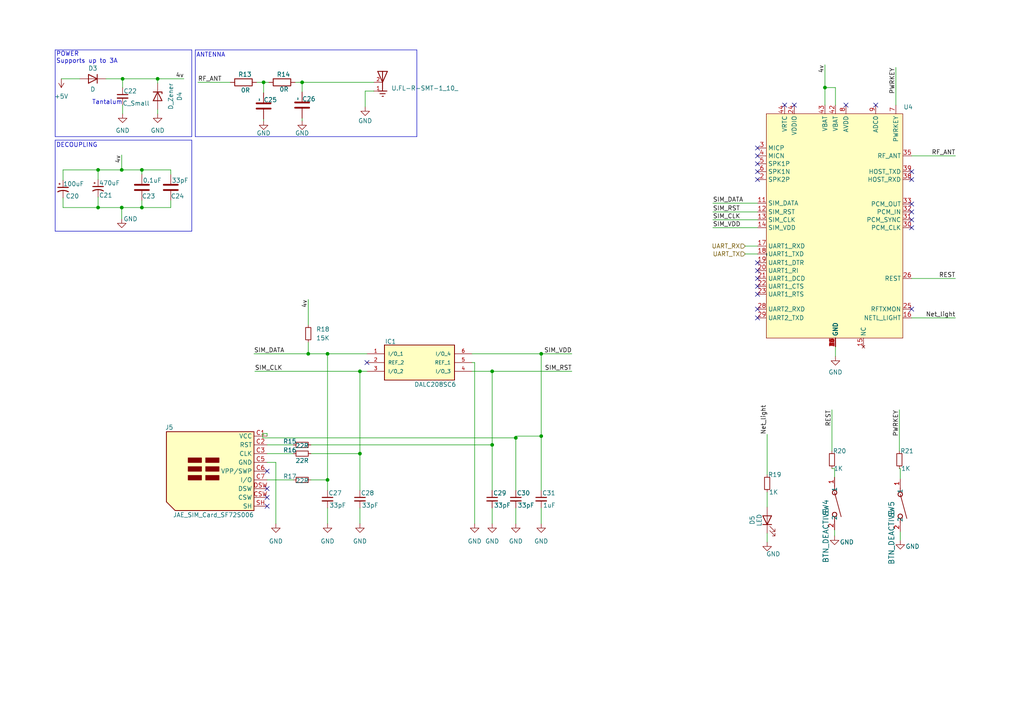
<source format=kicad_sch>
(kicad_sch (version 20231120) (generator "eeschema") (generator_version "8.0")
  (paper "A4")
  (lib_symbols
    (symbol "Connector:JAE_SIM_Card_SF72S006"
      (property "Reference" "J" (at 5.08 12.7 0))
      (property "Value" "JAE_SIM_Card_SF72S006" (at 30.48 12.7 0))
      (symbol "JAE_SIM_Card_SF72S006_0_1"
        (polyline (pts (xy 3.81 11.43) (xy 3.81 -11.43) (xy 26.67 -11.43) (xy 29.21 -8.89) (xy 29.21 11.43) (xy 3.81 11.43)) (stroke (width 0.254)) (fill (type background)))
        (rectangle (start 13.97 -2.54) (end 17.78 -1.27) (stroke (width 0.254)) (fill (type outline)))
        (rectangle (start 13.97 0) (end 17.78 1.27) (stroke (width 0.254)) (fill (type outline)))
        (rectangle (start 13.97 2.54) (end 17.78 3.81) (stroke (width 0.254)) (fill (type outline)))
        (rectangle (start 19.05 -1.27) (end 22.86 -2.54) (stroke (width 0.254)) (fill (type outline)))
        (rectangle (start 19.05 0) (end 22.86 1.27) (stroke (width 0.254)) (fill (type outline)))
        (rectangle (start 19.05 2.54) (end 22.86 3.81) (stroke (width 0.254)) (fill (type outline)))
      )
      (symbol "JAE_SIM_Card_SF72S006_1_1"
        (pin power_in line (at 0 10.16 0) (length 3.81) (name "VCC") (number "C1"))
        (pin input line (at 0 7.62 0) (length 3.81) (name "RST") (number "C2"))
        (pin input line (at 0 5.08 0) (length 3.81) (name "CLK") (number "C3"))
        (pin power_in line (at 0 2.54 0) (length 3.81) (name "GND") (number "C5"))
        (pin bidirectional line (at 0 0 0) (length 3.81) (name "VPP/SWP") (number "C6"))
        (pin bidirectional line (at 0 -2.54 0) (length 3.81) (name "I/O") (number "C7"))
        (pin passive line (at 0 -7.62 0) (length 3.81) (name "CSW") (number "CSW"))
        (pin passive line (at 0 -5.08 0) (length 3.81) (name "DSW") (number "DSW"))
        (pin passive line (at 0 -10.16 0) (length 3.81) (name "SH") (number "SH"))
      )
    )
    (symbol "DALC208SC6:DALC208SC6" (pin_names (offset 1.016))
      (property "Reference" "IC" (at 26.67 7.62 0))
      (property "Value" "DALC208SC6" (at 26.67 5.08 0))
      (symbol "DALC208SC6_0_0"
        (rectangle (start 5.08 -7.62) (end 25.4 2.54) (stroke (width 0.254)) (fill (type background)))
        (pin bidirectional line (at 0 0 0) (length 5.08) (name "I/O_1") (number "1"))
        (pin bidirectional line (at 0 -2.54 0) (length 5.08) (name "REF_2") (number "2"))
        (pin bidirectional line (at 0 -5.08 0) (length 5.08) (name "I/O_2") (number "3"))
        (pin bidirectional line (at 30.48 -5.08 180) (length 5.08) (name "I/O_3") (number "4"))
        (pin bidirectional line (at 30.48 -2.54 180) (length 5.08) (name "REF_1") (number "5"))
        (pin bidirectional line (at 30.48 0 180) (length 5.08) (name "I/O_4") (number "6"))
      )
    )
    (symbol "Device:C" (pin_numbers hide) (pin_names (offset 0.254))
      (property "Reference" "C" (at 0.635 2.54 0))
      (property "Value" "C" (at 0.635 -2.54 0))
      (symbol "C_0_1"
        (polyline (pts (xy -2.032 -0.762) (xy 2.032 -0.762)) (stroke (width 0.508)))
        (polyline (pts (xy -2.032 0.762) (xy 2.032 0.762)) (stroke (width 0.508)))
      )
      (symbol "C_1_1"
        (pin passive line (at 0 3.81 270) (length 2.794) (name "~") (number "1"))
        (pin passive line (at 0 -3.81 90) (length 2.794) (name "~") (number "2"))
      )
    )
    (symbol "Device:C_Polarized_Small_US" (pin_numbers hide) (pin_names (offset 0.254) hide)
      (property "Reference" "C" (at 0.254 1.778 0))
      (property "Value" "C_Polarized_Small_US" (at 0.254 -2.032 0))
      (symbol "C_Polarized_Small_US_0_1"
        (polyline (pts (xy -1.524 0.508) (xy 1.524 0.508)) (stroke (width 0.3048)))
        (polyline (pts (xy -1.27 1.524) (xy -0.762 1.524)))
        (polyline (pts (xy -1.016 1.27) (xy -1.016 1.778)))
        (arc (start 1.524 -0.762) (mid 0 -0.3734) (end -1.524 -0.762) (stroke (width 0.3048)))
      )
      (symbol "C_Polarized_Small_US_1_1"
        (pin passive line (at 0 2.54 270) (length 2.032) (name "~") (number "1"))
        (pin passive line (at 0 -2.54 90) (length 2.032) (name "~") (number "2"))
      )
    )
    (symbol "Device:C_Small" (pin_numbers hide) (pin_names (offset 0.254) hide)
      (property "Reference" "C" (at 0.254 1.778 0))
      (property "Value" "C_Small" (at 0.254 -2.032 0))
      (symbol "C_Small_0_1"
        (polyline (pts (xy -1.524 -0.508) (xy 1.524 -0.508)) (stroke (width 0.3302)))
        (polyline (pts (xy -1.524 0.508) (xy 1.524 0.508)) (stroke (width 0.3048)))
      )
      (symbol "C_Small_1_1"
        (pin passive line (at 0 2.54 270) (length 2.032) (name "~") (number "1"))
        (pin passive line (at 0 -2.54 90) (length 2.032) (name "~") (number "2"))
      )
    )
    (symbol "Device:D" (pin_numbers hide) (pin_names (offset 1.016) hide)
      (property "Reference" "D" (at 0 2.54 0))
      (property "Value" "D" (at 0 -2.54 0))
      (symbol "D_0_1"
        (polyline (pts (xy -1.27 1.27) (xy -1.27 -1.27)) (stroke (width 0.254)))
        (polyline (pts (xy 1.27 0) (xy -1.27 0)))
        (polyline (pts (xy 1.27 1.27) (xy 1.27 -1.27) (xy -1.27 0) (xy 1.27 1.27)) (stroke (width 0.254)))
      )
      (symbol "D_1_1"
        (pin passive line (at -3.81 0 0) (length 2.54) (name "K") (number "1"))
        (pin passive line (at 3.81 0 180) (length 2.54) (name "A") (number "2"))
      )
    )
    (symbol "Device:D_Zener" (pin_numbers hide) (pin_names (offset 1.016) hide)
      (property "Reference" "D" (at 0 2.54 0))
      (property "Value" "D_Zener" (at 0 -2.54 0))
      (symbol "D_Zener_0_1"
        (polyline (pts (xy 1.27 0) (xy -1.27 0)))
        (polyline (pts (xy -1.27 -1.27) (xy -1.27 1.27) (xy -0.762 1.27)) (stroke (width 0.254)))
        (polyline (pts (xy 1.27 -1.27) (xy 1.27 1.27) (xy -1.27 0) (xy 1.27 -1.27)) (stroke (width 0.254)))
      )
      (symbol "D_Zener_1_1"
        (pin passive line (at -3.81 0 0) (length 2.54) (name "K") (number "1"))
        (pin passive line (at 3.81 0 180) (length 2.54) (name "A") (number "2"))
      )
    )
    (symbol "Device:LED" (pin_numbers hide) (pin_names (offset 1.016) hide)
      (property "Reference" "D" (at 0 2.54 0))
      (property "Value" "LED" (at 0 -2.54 0))
      (symbol "LED_0_1"
        (polyline (pts (xy -1.27 -1.27) (xy -1.27 1.27)) (stroke (width 0.254)))
        (polyline (pts (xy -1.27 0) (xy 1.27 0)))
        (polyline (pts (xy 1.27 -1.27) (xy 1.27 1.27) (xy -1.27 0) (xy 1.27 -1.27)) (stroke (width 0.254)))
        (polyline (pts (xy -3.048 -0.762) (xy -4.572 -2.286) (xy -3.81 -2.286) (xy -4.572 -2.286) (xy -4.572 -1.524)))
        (polyline (pts (xy -1.778 -0.762) (xy -3.302 -2.286) (xy -2.54 -2.286) (xy -3.302 -2.286) (xy -3.302 -1.524)))
      )
      (symbol "LED_1_1"
        (pin passive line (at -3.81 0 0) (length 2.54) (name "K") (number "1"))
        (pin passive line (at 3.81 0 180) (length 2.54) (name "A") (number "2"))
      )
    )
    (symbol "Device:R" (pin_numbers hide) (pin_names (offset 0))
      (property "Reference" "R" (at 2.032 0 90))
      (property "Value" "R" (at 0 0 90))
      (symbol "R_0_1"
        (rectangle (start -1.016 -2.54) (end 1.016 2.54) (stroke (width 0.254)))
      )
      (symbol "R_1_1"
        (pin passive line (at 0 3.81 270) (length 1.27) (name "~") (number "1"))
        (pin passive line (at 0 -3.81 90) (length 1.27) (name "~") (number "2"))
      )
    )
    (symbol "Device:R_Small" (pin_numbers hide) (pin_names (offset 0.254) hide)
      (property "Reference" "R" (at 0.762 0.508 0))
      (property "Value" "R_Small" (at 0.762 -1.016 0))
      (symbol "R_Small_0_1"
        (rectangle (start -0.762 1.778) (end 0.762 -1.778) (stroke (width 0.2032)))
      )
      (symbol "R_Small_1_1"
        (pin passive line (at 0 2.54 270) (length 0.762) (name "~") (number "1"))
        (pin passive line (at 0 -2.54 90) (length 0.762) (name "~") (number "2"))
      )
    )
    (symbol "drip-irrigation-sys-cc:PTS636_SM50J_SMTR_LFS" (pin_names (offset 0.254))
      (property "Reference" "SW" (at 7.62 3.81 0))
      (property "Value" "PTS636 SM50J SMTR LFS" (at 0 0 0))
      (symbol "PTS636_SM50J_SMTR_LFS_0_1"
        (polyline (pts (xy 2.54 0) (xy 3.81 0)) (stroke (width 0.2032)))
        (polyline (pts (xy 4.445 0) (xy 11.43 1.905)) (stroke (width 0.2032)))
        (polyline (pts (xy 12.7 0) (xy 11.43 0)) (stroke (width 0.2032)))
        (circle (center 4.445 0) (radius 0.635) (stroke (width 0.254)))
        (circle (center 10.795 0) (radius 0.635) (stroke (width 0.254)))
        (pin unspecified line (at 0 0 0) (length 2.54) (name "1") (number "1"))
        (pin unspecified line (at 15.24 0 180) (length 2.54) (name "2") (number "2"))
      )
    )
    (symbol "drip-irrigation-sys-cc:U.FL-R-SMT-1_10_" (pin_names (offset 1.016))
      (property "Reference" "J" (at -2.5406 5.0869 0))
      (property "Value" "U.FL-R-SMT-1_10_" (at -2.6677 -7.6346 0))
      (symbol "U.FL-R-SMT-1_10__0_0"
        (polyline (pts (xy -1.397 3.175) (xy 0 3.175)) (stroke (width 0.254)))
        (polyline (pts (xy -0.762 -3.302) (xy 0.762 -3.302)) (stroke (width 0.254)))
        (polyline (pts (xy -0.127 -4.064) (xy 0.254 -4.064)) (stroke (width 0.254)))
        (polyline (pts (xy 0 -2.54) (xy -1.27 -2.54)) (stroke (width 0.254)))
        (polyline (pts (xy 0 -2.54) (xy 1.27 -2.54)) (stroke (width 0.254)))
        (polyline (pts (xy 0 0) (xy -1.397 3.175)) (stroke (width 0.254)))
        (polyline (pts (xy 0 0) (xy 0 -2.54)) (stroke (width 0.254)))
        (polyline (pts (xy 0 3.175) (xy 0 0)) (stroke (width 0.254)))
        (polyline (pts (xy 0 3.175) (xy 1.397 3.175)) (stroke (width 0.254)))
        (polyline (pts (xy 1.397 3.175) (xy 0 0)) (stroke (width 0.254)))
        (pin passive line (at -2.54 -2.54 0) (length 2.54) (name "~") (number "1"))
        (pin passive line (at -2.54 0 0) (length 2.54) (name "~") (number "2"))
      )
    )
    (symbol "mergened_symbols:mg2608"
      (property "Reference" "U" (at -16.256 -33.782 0))
      (symbol "mg2608_1_1"
        (rectangle (start -20.066 33.02) (end 19.558 -32.004) (fill (type background)))
        (pin input line (at 0 -34.544 90) (length 2.54) (name "GND") (number "1"))
        (pin input line (at 0 -34.544 90) (length 2.54) (name "GND") (number "10"))
        (pin bidirectional line (at -22.606 7.112 0) (length 2.54) (name "SIM_DATA") (number "11"))
        (pin output line (at -22.606 4.572 0) (length 2.54) (name "SIM_RST") (number "12"))
        (pin output line (at -22.606 2.286 0) (length 2.54) (name "SIM_CLK") (number "13"))
        (pin output line (at -22.606 0 0) (length 2.54) (name "SIM_VDD") (number "14"))
        (pin no_connect line (at 8.128 -34.544 90) (length 2.54) (name "NC") (number "15"))
        (pin input line (at 22.098 -26.162 180) (length 2.54) (name "NETL_LIGHT") (number "16"))
        (pin input line (at -22.606 -5.334 0) (length 2.54) (name "UART1_RXD") (number "17"))
        (pin output line (at -22.606 -7.62 0) (length 2.54) (name "UART1_TXD") (number "18"))
        (pin input line (at -22.606 -10.16 0) (length 2.54) (name "UART1_DTR") (number "19"))
        (pin output line (at -22.606 13.97 0) (length 2.54) (name "SPK2P") (number "2"))
        (pin output line (at -22.606 -12.446 0) (length 2.54) (name "UART1_RI") (number "20"))
        (pin output line (at -22.606 -14.732 0) (length 2.54) (name "UART1_DCD") (number "21"))
        (pin output line (at -22.606 -17.018 0) (length 2.54) (name "UART1_CTS") (number "22"))
        (pin input line (at -22.606 -19.304 0) (length 2.54) (name "UART1_RTS") (number "23"))
        (pin output line (at -11.938 35.56 270) (length 2.54) (name "VDDIO") (number "24"))
        (pin input line (at 22.098 -23.622 180) (length 2.54) (name "RFTXMON") (number "25"))
        (pin input line (at 22.098 -14.732 180) (length 2.54) (name "REST") (number "26"))
        (pin input line (at 0 -34.544 90) (length 2.54) (name "GND") (number "27"))
        (pin input line (at -22.606 -23.622 0) (length 2.54) (name "UART2_RXD") (number "28"))
        (pin output line (at -22.606 -26.162 0) (length 2.54) (name "UART2_TXD") (number "29"))
        (pin input line (at -22.606 23.114 0) (length 2.54) (name "MICP") (number "3"))
        (pin output line (at 22.098 0 180) (length 2.54) (name "PCM_CLK") (number "30"))
        (pin output line (at 22.098 2.286 180) (length 2.54) (name "PCM_SYNC") (number "31"))
        (pin input line (at 22.098 4.572 180) (length 2.54) (name "PCM_IN") (number "32"))
        (pin output line (at 22.098 6.858 180) (length 2.54) (name "PCM_OUT") (number "33"))
        (pin input line (at 0 -34.544 90) (length 2.54) (name "GND") (number "34"))
        (pin bidirectional line (at 22.098 20.828 180) (length 2.54) (name "RF_ANT") (number "35"))
        (pin input line (at 0 -34.544 90) (length 2.54) (name "GND") (number "36"))
        (pin input line (at 0 -34.544 90) (length 2.54) (name "GND") (number "37"))
        (pin input line (at 22.098 13.97 180) (length 2.54) (name "HOST_RXD") (number "38"))
        (pin input line (at 22.098 16.256 180) (length 2.54) (name "HOST_TXD") (number "39"))
        (pin input line (at -22.606 20.828 0) (length 2.54) (name "MICN") (number "4"))
        (pin input line (at 0 -34.544 90) (length 2.54) (name "GND") (number "40"))
        (pin input line (at 0 -34.544 90) (length 2.54) (name "GND") (number "41"))
        (pin input line (at 0 35.56 270) (length 2.54) (name "VBAT") (number "42"))
        (pin input line (at -3.048 35.56 270) (length 2.54) (name "VBAT") (number "43"))
        (pin output line (at -14.732 35.56 270) (length 2.54) (name "VRTC") (number "44"))
        (pin output line (at -22.606 18.542 0) (length 2.54) (name "SPK1P") (number "5"))
        (pin output line (at -22.606 16.256 0) (length 2.54) (name "SPK1N") (number "6"))
        (pin input line (at 17.526 35.56 270) (length 2.54) (name "PWRKEY") (number "7"))
        (pin output line (at 3.048 35.56 270) (length 2.54) (name "AVDD") (number "8"))
        (pin input line (at 11.684 35.56 270) (length 2.54) (name "ADC0") (number "9"))
      )
    )
    (symbol "power:+5V" (power) (pin_numbers hide) (pin_names (offset 0) hide)
      (property "Value" "+5V" (at 0 3.556 0))
      (symbol "+5V_0_1"
        (polyline (pts (xy -0.762 1.27) (xy 0 2.54)))
        (polyline (pts (xy 0 0) (xy 0 2.54)))
        (polyline (pts (xy 0 2.54) (xy 0.762 1.27)))
      )
      (symbol "+5V_1_1"
        (pin power_in line (at 0 0 90) (length 0) (name "~") (number "1"))
      )
    )
    (symbol "power:GND" (power) (pin_names (offset 0))
      (property "Value" "GND" (at 0 -3.81 0))
      (symbol "GND_0_1"
        (polyline (pts (xy 0 0) (xy 0 -1.27) (xy 1.27 -1.27) (xy 0 -2.54) (xy -1.27 -1.27) (xy 0 -1.27)))
      )
      (symbol "GND_1_1"
        (pin power_in line (at 0 0 270) (length 0) hide (name "GND") (number "1"))
      )
    )
  )
  (junction (at 89.408 102.616))
  (junction (at 142.748 107.696))
  (junction (at 45.72 22.86))
  (junction (at 28.448 49.276))
  (junction (at 35.306 49.276))
  (junction (at 41.148 49.276))
  (junction (at 28.448 60.198))
  (junction (at 142.748 129.032))
  (junction (at 94.996 102.616))
  (junction (at 87.63 23.876))
  (junction (at 239.268 25.4))
  (junction (at 156.972 126.492))
  (junction (at 94.996 139.192))
  (junction (at 149.606 127))
  (junction (at 104.394 107.696))
  (junction (at 76.454 23.876))
  (junction (at 156.972 102.616))
  (junction (at 41.148 60.198))
  (junction (at 104.394 131.572))
  (junction (at 35.56 22.86))
  (junction (at 35.306 60.198))
  (no_connect (at 106.426 105.156))
  (no_connect (at 77.47 146.812))
  (no_connect (at 219.71 49.784))
  (no_connect (at 254 30.48))
  (no_connect (at 219.71 92.202))
  (no_connect (at 77.47 141.732))
  (no_connect (at 264.414 61.468))
  (no_connect (at 219.71 45.212))
  (no_connect (at 219.71 42.926))
  (no_connect (at 264.414 66.04))
  (no_connect (at 245.364 30.48))
  (no_connect (at 264.414 89.662))
  (no_connect (at 219.71 80.772))
  (no_connect (at 219.71 78.486))
  (no_connect (at 219.71 52.07))
  (no_connect (at 219.71 47.498))
  (no_connect (at 230.378 30.48))
  (no_connect (at 219.71 76.2))
  (no_connect (at 227.584 30.48))
  (no_connect (at 219.71 89.662))
  (no_connect (at 264.414 52.07))
  (no_connect (at 219.71 85.344))
  (no_connect (at 264.414 63.754))
  (no_connect (at 219.71 83.058))
  (no_connect (at 264.414 59.182))
  (no_connect (at 264.414 49.784))
  (no_connect (at 77.47 144.272))
  (no_connect (at 77.47 136.652))
  (wire (pts (xy 156.972 147.32) (xy 156.972 151.892)))
  (wire (pts (xy 76.454 23.876) (xy 77.978 23.876)))
  (wire (pts (xy 76.454 35.052) (xy 76.454 34.544)))
  (wire (pts (xy 28.448 60.198) (xy 35.306 60.198)))
  (wire (pts (xy 49.53 49.276) (xy 41.148 49.276)))
  (wire (pts (xy 104.394 131.572) (xy 104.394 142.24)))
  (wire (pts (xy 89.408 86.868) (xy 89.408 94.234)))
  (wire (pts (xy 49.53 50.546) (xy 49.53 49.276)))
  (wire (pts (xy 260.858 135.89) (xy 261.112 135.89)))
  (wire (pts (xy 89.408 102.616) (xy 94.996 102.616)))
  (wire (pts (xy 90.17 129.032) (xy 142.748 129.032)))
  (wire (pts (xy 41.148 50.546) (xy 41.148 49.276)))
  (polyline (pts (xy 120.904 14.478) (xy 120.904 39.624)))
  (wire (pts (xy 239.268 25.4) (xy 242.316 25.4)))
  (wire (pts (xy 206.756 61.468) (xy 219.71 61.468)))
  (wire (pts (xy 104.394 147.32) (xy 104.394 151.892)))
  (wire (pts (xy 242.062 138.43) (xy 242.062 135.89)))
  (wire (pts (xy 261.112 138.938) (xy 261.112 135.89)))
  (wire (pts (xy 77.47 134.112) (xy 80.01 134.112)))
  (wire (pts (xy 18.288 57.404) (xy 18.288 60.198)))
  (wire (pts (xy 89.408 99.314) (xy 89.408 102.616)))
  (wire (pts (xy 239.268 18.796) (xy 239.268 25.4)))
  (wire (pts (xy 35.306 60.198) (xy 41.148 60.198)))
  (wire (pts (xy 277.114 92.202) (xy 264.414 92.202)))
  (wire (pts (xy 142.748 107.696) (xy 142.748 129.032)))
  (wire (pts (xy 108.4144 23.876) (xy 108.4144 23.8716)))
  (wire (pts (xy 149.606 126.492) (xy 156.972 126.492)))
  (wire (pts (xy 45.72 22.86) (xy 45.72 24.13)))
  (wire (pts (xy 28.448 57.15) (xy 28.448 60.198)))
  (wire (pts (xy 242.062 135.89) (xy 241.3 135.89)))
  (wire (pts (xy 142.748 129.032) (xy 142.748 142.24)))
  (wire (pts (xy 76.2 125.73) (xy 76.2 127)))
  (wire (pts (xy 73.66 102.616) (xy 89.408 102.616)))
  (wire (pts (xy 222.504 157.226) (xy 222.504 154.686)))
  (polyline (pts (xy 120.904 39.624) (xy 56.642 39.624)))
  (polyline (pts (xy 55.626 14.478) (xy 55.626 39.624)))
  (wire (pts (xy 206.756 63.754) (xy 219.71 63.754)))
  (wire (pts (xy 94.996 102.616) (xy 94.996 139.192)))
  (wire (pts (xy 87.63 23.876) (xy 108.4144 23.876)))
  (wire (pts (xy 76.2 127) (xy 149.606 127)))
  (wire (pts (xy 104.394 107.696) (xy 104.394 131.572)))
  (wire (pts (xy 45.72 22.86) (xy 53.34 22.86)))
  (wire (pts (xy 49.53 60.198) (xy 41.148 60.198)))
  (wire (pts (xy 57.404 23.876) (xy 66.802 23.876)))
  (wire (pts (xy 45.72 31.75) (xy 45.72 33.02)))
  (wire (pts (xy 94.996 102.616) (xy 106.426 102.616)))
  (polyline (pts (xy 16.002 14.478) (xy 16.002 39.624)))
  (polyline (pts (xy 56.642 14.478) (xy 56.642 39.624)))
  (wire (pts (xy 104.394 107.696) (xy 106.426 107.696)))
  (wire (pts (xy 28.448 49.276) (xy 28.448 52.07)))
  (polyline (pts (xy 16.002 40.64) (xy 55.626 40.64)))
  (wire (pts (xy 241.3 118.872) (xy 241.3 130.81)))
  (wire (pts (xy 77.47 125.73) (xy 77.47 126.492)))
  (wire (pts (xy 76.454 26.924) (xy 76.454 23.876)))
  (wire (pts (xy 136.906 105.156) (xy 137.668 105.156)))
  (wire (pts (xy 41.148 60.198) (xy 41.148 58.166)))
  (wire (pts (xy 242.316 25.4) (xy 242.316 30.48)))
  (wire (pts (xy 156.972 102.616) (xy 156.972 126.492)))
  (wire (pts (xy 35.306 63.5) (xy 35.306 60.198)))
  (polyline (pts (xy 16.002 40.64) (xy 16.002 67.056)))
  (wire (pts (xy 90.17 131.572) (xy 104.394 131.572)))
  (wire (pts (xy 156.972 102.616) (xy 165.862 102.616)))
  (wire (pts (xy 35.56 30.48) (xy 35.56 33.02)))
  (wire (pts (xy 222.504 125.984) (xy 222.504 137.668)))
  (polyline (pts (xy 55.626 67.056) (xy 16.002 67.056)))
  (wire (pts (xy 41.148 49.276) (xy 35.306 49.276)))
  (wire (pts (xy 216.154 73.66) (xy 219.71 73.66)))
  (wire (pts (xy 74.422 23.876) (xy 76.454 23.876)))
  (wire (pts (xy 259.842 19.558) (xy 259.842 30.48)))
  (wire (pts (xy 261.112 154.178) (xy 261.112 156.718)))
  (wire (pts (xy 28.448 60.198) (xy 18.288 60.198)))
  (wire (pts (xy 149.606 147.32) (xy 149.606 151.892)))
  (wire (pts (xy 242.316 103.378) (xy 242.316 100.584)))
  (wire (pts (xy 35.56 22.86) (xy 35.56 25.4)))
  (wire (pts (xy 77.47 139.192) (xy 85.09 139.192)))
  (wire (pts (xy 77.47 129.032) (xy 85.09 129.032)))
  (wire (pts (xy 142.748 147.32) (xy 142.748 151.892)))
  (wire (pts (xy 222.504 147.066) (xy 222.504 142.748)))
  (wire (pts (xy 137.668 105.156) (xy 137.668 151.892)))
  (wire (pts (xy 149.606 127) (xy 149.606 142.24)))
  (wire (pts (xy 264.414 80.772) (xy 277.114 80.772)))
  (wire (pts (xy 206.756 66.04) (xy 219.71 66.04)))
  (wire (pts (xy 80.01 134.112) (xy 80.01 151.892)))
  (wire (pts (xy 87.63 35.052) (xy 87.63 34.29)))
  (wire (pts (xy 35.56 22.86) (xy 45.72 22.86)))
  (wire (pts (xy 73.914 107.696) (xy 104.394 107.696)))
  (wire (pts (xy 77.47 131.572) (xy 85.09 131.572)))
  (wire (pts (xy 260.858 118.872) (xy 260.858 130.81)))
  (wire (pts (xy 18.288 52.324) (xy 18.288 49.276)))
  (polyline (pts (xy 56.642 14.478) (xy 120.904 14.478)))
  (wire (pts (xy 49.53 58.166) (xy 49.53 60.198)))
  (wire (pts (xy 35.306 44.958) (xy 35.306 49.276)))
  (wire (pts (xy 87.63 23.876) (xy 87.63 26.67)))
  (wire (pts (xy 105.918 26.416) (xy 105.918 30.988)))
  (polyline (pts (xy 55.626 39.624) (xy 16.002 39.624)))
  (wire (pts (xy 76.2 125.73) (xy 77.47 125.73)))
  (wire (pts (xy 136.906 102.616) (xy 156.972 102.616)))
  (wire (pts (xy 216.154 71.374) (xy 219.71 71.374)))
  (wire (pts (xy 149.606 126.492) (xy 149.606 127)))
  (wire (pts (xy 17.78 22.86) (xy 23.114 22.86)))
  (wire (pts (xy 239.268 25.4) (xy 239.268 30.48)))
  (wire (pts (xy 94.996 147.32) (xy 94.996 151.892)))
  (wire (pts (xy 18.288 49.276) (xy 28.448 49.276)))
  (wire (pts (xy 264.414 45.212) (xy 277.114 45.212)))
  (polyline (pts (xy 55.626 40.64) (xy 55.626 67.056)))
  (wire (pts (xy 206.756 58.928) (xy 219.71 58.928)))
  (wire (pts (xy 35.306 49.276) (xy 28.448 49.276)))
  (wire (pts (xy 242.062 153.67) (xy 242.062 155.448)))
  (wire (pts (xy 156.972 126.492) (xy 156.972 142.24)))
  (wire (pts (xy 87.63 23.876) (xy 85.598 23.876)))
  (wire (pts (xy 136.906 107.696) (xy 142.748 107.696)))
  (wire (pts (xy 90.17 139.192) (xy 94.996 139.192)))
  (wire (pts (xy 142.748 107.696) (xy 165.862 107.696)))
  (wire (pts (xy 108.4144 26.416) (xy 108.4144 26.4116)))
  (wire (pts (xy 105.918 26.416) (xy 108.4144 26.416)))
  (wire (pts (xy 94.996 139.192) (xy 94.996 142.24)))
  (polyline (pts (xy 16.002 14.478) (xy 55.626 14.478)))
  (wire (pts (xy 30.734 22.86) (xy 35.56 22.86)))
  (text "DECOUPLING" (at 16.256 42.926 0) (effects (font (size 1.27 1.27)) (justify left bottom)))
  (text "ANTENNA" (at 56.896 16.764 0) (effects (font (size 1.27 1.27)) (justify left bottom)))
  (text "POWER\nSupports up to 3A" (at 16.256 18.542 0) (effects (font (size 1.27 1.27)) (justify left bottom)))
  (text "Tantalum" (at 26.67 30.48 0) (effects (font (size 1.27 1.27)) (justify left bottom)))
  (label "SIM_DATA" (at 73.66 102.616 0))
  (label "RF_ANT" (at 277.114 45.212 180))
  (label "SIM_VDD" (at 165.862 102.616 180))
  (label "SIM_CLK" (at 73.914 107.696 0))
  (label "REST" (at 241.3 118.872 270))
  (label "Net_light" (at 222.504 125.984 90))
  (label "RF_ANT" (at 57.404 23.876 0))
  (label "SIM_RST" (at 206.756 61.468 0))
  (label "SIM_RST" (at 165.862 107.696 180))
  (label "4v" (at 53.34 22.86 180))
  (label "4v" (at 35.306 44.958 270))
  (label "4v" (at 89.408 86.868 270))
  (label "4v" (at 239.268 18.796 270))
  (label "Net_light" (at 277.114 92.202 180))
  (label "PWRKEY" (at 259.842 19.558 270))
  (label "SIM_CLK" (at 206.756 63.754 0))
  (label "REST" (at 277.114 80.772 180))
  (label "SIM_DATA" (at 206.756 58.928 0))
  (label "PWRKEY" (at 260.858 118.872 270))
  (label "SIM_VDD" (at 206.756 66.04 0))
  (hierarchical_label "UART_RX" (shape input) (at 216.154 71.374 180))
  (hierarchical_label "UART_TX" (shape input) (at 216.154 73.66 180))
  (symbol (lib_id "mergened_symbols:mg2608") (at 242.316 66.04 0) (unit 1)
    (property "Reference" "U4" (at 262.0361 31.0388 0) (effects (justify left)))
    (property "Value" "~" (at 222.377 73.787 90))
    (property "Footprint" "mergened_footprints:MG2608" (effects (hide yes)))
    (property "JLCPCB" "C389669" (effects (hide yes)))
  )
  (symbol (lib_id "Device:R_Small") (at 87.63 129.032 90) (unit 1)
    (property "Reference" "R15" (at 84.074 128.016 90))
    (property "Value" "22R" (at 87.63 129.286 90))
    (property "Footprint" "Resistor_SMD:R_0402_1005Metric" (effects (hide yes)))
    (property "DigiKey" "311-22.0HRDKR-ND" (effects (hide yes)))
  )
  (symbol (lib_id "Device:C_Polarized_Small_US") (at 28.448 54.61 0) (unit 1)
    (property "Reference" "C21" (at 28.702 56.642 0) (effects (justify left)))
    (property "Value" "470uF" (at 28.702 53.086 0) (effects (justify left)))
    (property "Footprint" "Capacitor_SMD:CP_Elec_8x10.5" (effects (hide yes)))
    (property "DigiKey" "2997-SRF10V471MJ102-ND" (effects (hide yes)))
  )
  (symbol (lib_id "Device:R_Small") (at 222.504 140.208 0) (unit 1)
    (property "Reference" "R19" (at 222.758 137.668 0) (effects (justify left)))
    (property "Value" "1K" (at 223.012 142.748 0) (effects (justify left)))
    (property "Footprint" "Resistor_SMD:R_0402_1005Metric" (effects (hide yes)))
    (property "DigiKey" "  311-1.0KJRTR-ND" (effects (hide yes)))
  )
  (symbol (lib_id "Device:R_Small") (at 89.408 96.774 0) (unit 1)
    (property "Reference" "R18" (at 91.694 95.504 0) (effects (justify left)))
    (property "Value" "15K" (at 91.694 98.044 0) (effects (justify left)))
    (property "Footprint" "Resistor_SMD:R_0402_1005Metric" (effects (hide yes)))
    (property "DigiKey" "P15KDBDKR-ND" (effects (hide yes)))
  )
  (symbol (lib_id "power:GND") (at 94.996 151.892 0) (unit 1)
    (property "Reference" "#PWR041" (effects (hide yes)))
    (property "Value" "GND" (at 94.996 156.972 0))
  )
  (symbol (lib_id "Device:C") (at 41.148 54.356 0) (unit 1)
    (property "Reference" "C23" (at 41.148 56.896 0) (effects (justify left)))
    (property "Value" "0.1uF" (at 41.402 52.324 0) (effects (justify left)))
    (property "Footprint" "Capacitor_SMD:C_0402_1005Metric" (effects (hide yes)))
    (property "DigiKey" "3372-0805B104K201DCTR-ND" (effects (hide yes)))
  )
  (symbol (lib_id "Device:C_Small") (at 142.748 144.78 0) (unit 1)
    (property "Reference" "C29" (at 143.002 143.002 0) (effects (justify left)))
    (property "Value" "33pF" (at 143.256 146.558 0) (effects (justify left)))
    (property "Footprint" "Capacitor_SMD:C_0402_1005Metric" (effects (hide yes)))
    (property "DigiKey" "2571-GMC10CG330K100NTTR-ND" (effects (hide yes)))
  )
  (symbol (lib_id "Connector:JAE_SIM_Card_SF72S006") (at 77.47 136.652 0) (mirror y) (unit 1)
    (property "Reference" "J5" (at 50.292 123.952 0) (effects (justify left)))
    (property "Value" "JAE_SIM_Card_SF72S006" (at 73.66 149.352 0) (effects (justify left)))
    (property "Footprint" "Connector_JAE:JAE_SIM_Card_SF72S006" (effects (hide yes)))
    (property "Datasheet" "https://www.jae.com/direct/topics/topics_file_download/topics_id=68892&ext_no=06&index=0&_lang=en&v=202003111511468456809" (effects (hide yes)))
    (property "DigiKey" "  670-2967-2-ND" (effects (hide yes)))
  )
  (symbol (lib_id "power:GND") (at 222.504 157.226 0) (unit 1)
    (property "Reference" "#PWR048" (effects (hide yes)))
    (property "Value" "GND" (at 224.282 160.6804 0))
  )
  (symbol (lib_id "drip-irrigation-sys-cc:PTS636_SM50J_SMTR_LFS") (at 242.062 138.43 270) (unit 1)
    (property "Reference" "SW4" (at 239.522 144.78 0) (effects (font (size 1.524 1.524)) (justify left)))
    (property "Value" "BTN_DEACTIVE" (at 239.522 147.32 0) (effects (font (size 1.524 1.524)) (justify left)))
    (property "Footprint" "stajHidro:SW_PTS636_CNK" (effects (hide yes)))
    (property "Datasheet" "PTS636 SM50J SMTR LFS" (effects (hide yes)))
    (property "DigiKey" "CKN12319-2-ND" (effects (hide yes)))
  )
  (symbol (lib_id "power:GND") (at 156.972 151.892 0) (unit 1)
    (property "Reference" "#PWR047" (effects (hide yes)))
    (property "Value" "GND" (at 156.972 156.972 0))
  )
  (symbol (lib_id "power:GND") (at 76.454 35.052 0) (unit 1)
    (property "Reference" "#PWR038" (effects (hide yes)))
    (property "Value" "GND" (at 76.454 38.608 0))
  )
  (symbol (lib_id "power:GND") (at 87.63 35.052 0) (unit 1)
    (property "Reference" "#PWR040" (effects (hide yes)))
    (property "Value" "GND" (at 87.63 38.608 0))
  )
  (symbol (lib_id "Device:R_Small") (at 87.63 131.572 90) (unit 1)
    (property "Reference" "R16" (at 84.074 130.556 90))
    (property "Value" "22R" (at 87.63 133.604 90))
    (property "Footprint" "Resistor_SMD:R_0402_1005Metric" (effects (hide yes)))
    (property "DigiKey" "311-22.0HRDKR-ND" (effects (hide yes)))
  )
  (symbol (lib_id "power:GND") (at 80.01 151.892 0) (unit 1)
    (property "Reference" "#PWR039" (effects (hide yes)))
    (property "Value" "GND" (at 80.01 156.972 0))
  )
  (symbol (lib_id "Device:C_Polarized_Small_US") (at 18.288 54.864 0) (unit 1)
    (property "Reference" "C20" (at 19.05 56.896 0) (effects (justify left)))
    (property "Value" "100uF" (at 18.288 53.34 0) (effects (justify left)))
    (property "Footprint" "Capacitor_SMD:CP_Elec_8x10.5" (effects (hide yes)))
    (property "DigiKey" "2997-SHT6.3V101M-F55-ND" (effects (hide yes)))
  )
  (symbol (lib_id "power:GND") (at 104.394 151.892 0) (unit 1)
    (property "Reference" "#PWR042" (effects (hide yes)))
    (property "Value" "GND" (at 104.394 156.972 0))
  )
  (symbol (lib_id "Device:D_Zener") (at 45.72 27.94 270) (unit 1)
    (property "Reference" "D4" (at 52.07 27.94 0))
    (property "Value" "D_Zener" (at 49.53 27.94 0))
    (property "Footprint" "mergened_footprints:SMB-2_4P60X3P95_ONS" (effects (hide yes)))
    (property "DigiKey" "SZ1SMB5915BT3GOSTR-ND" (effects (hide yes)))
  )
  (symbol (lib_id "Device:C") (at 87.63 30.48 0) (unit 1)
    (property "Reference" "C26" (at 87.63 28.702 0) (effects (justify left)))
    (property "Value" "~" (at 86.36 29.21 90) (effects (justify left)))
    (property "Footprint" "Capacitor_SMD:C_0402_1005Metric" (effects (hide yes)))
  )
  (symbol (lib_id "power:GND") (at 149.606 151.892 0) (unit 1)
    (property "Reference" "#PWR046" (effects (hide yes)))
    (property "Value" "GND" (at 149.606 156.972 0))
  )
  (symbol (lib_id "power:GND") (at 242.316 103.378 0) (unit 1)
    (property "Reference" "#PWR050" (effects (hide yes)))
    (property "Value" "GND" (at 242.316 107.95 0))
  )
  (symbol (lib_id "power:GND") (at 45.72 33.02 0) (unit 1)
    (property "Reference" "#PWR037" (effects (hide yes)))
    (property "Value" "GND" (at 45.72 37.846 0))
  )
  (symbol (lib_id "power:GND") (at 35.306 63.5 0) (unit 1)
    (property "Reference" "#PWR035" (effects (hide yes)))
    (property "Value" "GND" (at 37.846 63.5 0))
  )
  (symbol (lib_id "Device:R_Small") (at 87.63 139.192 90) (unit 1)
    (property "Reference" "R17" (at 84.074 138.176 90))
    (property "Value" "22R" (at 87.63 139.446 90))
    (property "Footprint" "Resistor_SMD:R_0402_1005Metric" (effects (hide yes)))
    (property "DigiKey" "311-22.0HRDKR-ND" (effects (hide yes)))
  )
  (symbol (lib_id "power:GND") (at 105.918 30.988 0) (unit 1)
    (property "Reference" "#PWR043" (effects (hide yes)))
    (property "Value" "GND" (at 105.918 35.052 0))
  )
  (symbol (lib_id "Device:C_Small") (at 35.56 27.94 0) (unit 1)
    (property "Reference" "C22" (at 35.814 26.416 0) (effects (justify left)))
    (property "Value" "C_Small" (at 35.56 29.972 0) (effects (justify left)))
    (property "Footprint" "Capacitor_Tantalum_SMD:CP_EIA-6032-15_Kemet-U" (effects (hide yes)))
    (property "Description" "Unpolarized capacitor, small symbol" (effects (hide yes)))
    (property "DigiKey" "TCKOJ107CT" (effects (hide yes)))
  )
  (symbol (lib_id "Device:D") (at 26.924 22.86 180) (unit 1)
    (property "Reference" "D3" (at 26.924 19.812 0))
    (property "Value" "D" (at 26.924 25.908 0))
    (property "Footprint" "Diode_SMD:D_SOD-123F" (effects (hide yes)))
    (property "Sim.Device" "D" (effects (hide yes)))
    (property "Sim.Pins" "1=K 2=A" (effects (hide yes)))
    (property "DigiKey" "NRVHP220SFT3GOSTR-ND" (effects (hide yes)))
  )
  (symbol (lib_id "power:GND") (at 242.062 155.448 0) (unit 1)
    (property "Reference" "#PWR049" (effects (hide yes)))
    (property "Value" "GND" (at 245.618 157.226 0))
  )
  (symbol (lib_id "Device:C_Small") (at 94.996 144.78 0) (unit 1)
    (property "Reference" "C27" (at 95.25 143.002 0) (effects (justify left)))
    (property "Value" "33pF" (at 95.504 146.558 0) (effects (justify left)))
    (property "Footprint" "Capacitor_SMD:C_0402_1005Metric" (effects (hide yes)))
    (property "DigiKey" "2571-GMC10CG330K100NTTR-ND" (effects (hide yes)))
  )
  (symbol (lib_id "Device:C") (at 49.53 54.356 0) (unit 1)
    (property "Reference" "C24" (at 49.53 56.896 0) (effects (justify left)))
    (property "Value" "33pF" (at 49.784 52.324 0) (effects (justify left)))
    (property "Footprint" "Capacitor_SMD:C_0402_1005Metric" (effects (hide yes)))
    (property "DigiKey" "2571-GMC10CG330K100NTTR-ND" (effects (hide yes)))
  )
  (symbol (lib_id "power:+5V") (at 17.78 22.86 180) (unit 1)
    (property "Reference" "#PWR034" (effects (hide yes)))
    (property "Value" "+5V" (at 17.78 27.94 0))
    (property "Description" "Power symbol creates a global label with name \"+5V\"" (effects (hide yes)))
  )
  (symbol (lib_id "drip-irrigation-sys-cc:PTS636_SM50J_SMTR_LFS") (at 261.112 138.938 270) (unit 1)
    (property "Reference" "SW5" (at 258.572 145.288 0) (effects (font (size 1.524 1.524)) (justify left)))
    (property "Value" "BTN_DEACTIVE" (at 258.572 147.828 0) (effects (font (size 1.524 1.524)) (justify left)))
    (property "Footprint" "stajHidro:SW_PTS636_CNK" (effects (hide yes)))
    (property "Datasheet" "PTS636 SM50J SMTR LFS" (effects (hide yes)))
    (property "DigiKey" "CKN12319-2-ND" (effects (hide yes)))
  )
  (symbol (lib_id "power:GND") (at 137.668 151.892 0) (unit 1)
    (property "Reference" "#PWR044" (effects (hide yes)))
    (property "Value" "GND" (at 137.668 156.972 0))
  )
  (symbol (lib_id "Device:C") (at 76.454 30.734 0) (unit 1)
    (property "Reference" "C25" (at 76.454 28.956 0) (effects (justify left)))
    (property "Value" "~" (at 75.184 29.464 90) (effects (justify left)))
    (property "Footprint" "Capacitor_SMD:C_0402_1005Metric" (effects (hide yes)))
  )
  (symbol (lib_id "power:GND") (at 261.112 156.718 0) (unit 1)
    (property "Reference" "#PWR051" (effects (hide yes)))
    (property "Value" "GND" (at 264.668 158.496 0))
  )
  (symbol (lib_id "Device:R") (at 81.788 23.876 270) (unit 1)
    (property "Reference" "R14" (at 80.264 21.59 90) (effects (justify left)))
    (property "Value" "0R" (at 81.026 25.908 90) (effects (justify left)))
    (property "Footprint" "Resistor_SMD:R_0402_1005Metric" (effects (hide yes)))
    (property "DigiKey" "P0.0JTR-ND" (effects (hide yes)))
  )
  (symbol (lib_id "Device:C_Small") (at 104.394 144.78 0) (unit 1)
    (property "Reference" "C28" (at 104.648 143.002 0) (effects (justify left)))
    (property "Value" "33pF" (at 104.902 146.558 0) (effects (justify left)))
    (property "Footprint" "Capacitor_SMD:C_0402_1005Metric" (effects (hide yes)))
    (property "DigiKey" "2571-GMC10CG330K100NTTR-ND" (effects (hide yes)))
  )
  (symbol (lib_id "Device:LED") (at 222.504 150.876 90) (unit 1)
    (property "Reference" "D5" (at 218.186 150.876 0))
    (property "Value" "LED" (at 220.218 150.876 0))
    (property "Footprint" "LED_SMD:LED_0402_1005Metric" (effects (hide yes)))
    (property "DigiKey" "3372-0805YGBD008S01TR-ND" (effects (hide yes)))
  )
  (symbol (lib_id "DALC208SC6:DALC208SC6") (at 106.426 102.616 0) (unit 1)
    (property "Reference" "IC1" (at 113.284 99.06 0))
    (property "Value" "DALC208SC6" (at 126.238 111.506 0))
    (property "Footprint" "digikey-footprints:SOT23-6L" (effects (hide yes)))
    (property "DigiKey" "497-2525-2-ND" (effects (hide yes)))
  )
  (symbol (lib_id "Device:C_Small") (at 156.972 144.78 0) (unit 1)
    (property "Reference" "C31" (at 157.226 143.002 0) (effects (justify left)))
    (property "Value" "1uF" (at 157.48 146.558 0) (effects (justify left)))
    (property "Footprint" "Capacitor_SMD:C_0402_1005Metric" (effects (hide yes)))
    (property "DigiKey" "3372-0805B105K100CCTR-ND" (effects (hide yes)))
  )
  (symbol (lib_id "drip-irrigation-sys-cc:U.FL-R-SMT-1_10_") (at 110.9544 23.8716 0) (unit 1)
    (property "Reference" "J6" (effects (hide yes)))
    (property "Value" "U.FL-R-SMT-1_10_" (at 113.4944 25.5861 0) (effects (justify left)))
    (property "Footprint" "stajHidro:HRS_U.FL-R-SMT-1_10_" (effects (hide yes)))
    (property "DESCRIPTION" "U.FL Series 6 Ghz 50 Ohm Ultra-small SMT Coaxial Cable Receptacle" (effects (hide yes)))
    (property "PACKAGE" "None" (effects (hide yes)))
    (property "PRICE" "0.71 USD" (effects (hide yes)))
    (property "STANDARD" "Manufacturer Recommendation" (effects (hide yes)))
    (property "MP" "U.FL-R-SMT-1_10_" (effects (hide yes)))
    (property "AVAILABILITY" "Good" (effects (hide yes)))
    (property "MANUFACTURER" "Hirose" (effects (hide yes)))
    (property "DigiKey" "H11891TR-ND " (effects (hide yes)))
  )
  (symbol (lib_id "Device:R") (at 70.612 23.876 270) (unit 1)
    (property "Reference" "R13" (at 69.088 21.59 90) (effects (justify left)))
    (property "Value" "0R" (at 69.85 26.162 90) (effects (justify left)))
    (property "Footprint" "Resistor_SMD:R_0402_1005Metric" (effects (hide yes)))
    (property "DigiKey" "P0.0JTR-ND" (effects (hide yes)))
  )
  (symbol (lib_id "Device:R_Small") (at 241.3 133.35 0) (unit 1)
    (property "Reference" "R20" (at 241.554 130.81 0) (effects (justify left)))
    (property "Value" "1K" (at 241.808 135.89 0) (effects (justify left)))
    (property "Footprint" "Resistor_SMD:R_0402_1005Metric" (effects (hide yes)))
    (property "DigiKey" "  311-1.0KJRTR-ND" (effects (hide yes)))
  )
  (symbol (lib_id "Device:C_Small") (at 149.606 144.78 0) (unit 1)
    (property "Reference" "C30" (at 149.86 143.002 0) (effects (justify left)))
    (property "Value" "33pF" (at 150.114 146.558 0) (effects (justify left)))
    (property "Footprint" "Capacitor_SMD:C_0402_1005Metric" (effects (hide yes)))
    (property "DigiKey" "2571-GMC10CG330K100NTTR-ND" (effects (hide yes)))
  )
  (symbol (lib_id "power:GND") (at 35.56 33.02 0) (unit 1)
    (property "Reference" "#PWR036" (effects (hide yes)))
    (property "Value" "GND" (at 35.56 37.846 0))
  )
  (symbol (lib_id "Device:R_Small") (at 260.858 133.35 0) (unit 1)
    (property "Reference" "R21" (at 261.112 130.81 0) (effects (justify left)))
    (property "Value" "1K" (at 261.366 135.89 0) (effects (justify left)))
    (property "Footprint" "Resistor_SMD:R_0402_1005Metric" (effects (hide yes)))
    (property "DigiKey" "  311-1.0KJRTR-ND" (effects (hide yes)))
  )
  (symbol (lib_id "power:GND") (at 142.748 151.892 0) (unit 1)
    (property "Reference" "#PWR045" (effects (hide yes)))
    (property "Value" "GND" (at 142.748 156.972 0))
  )
)
</source>
